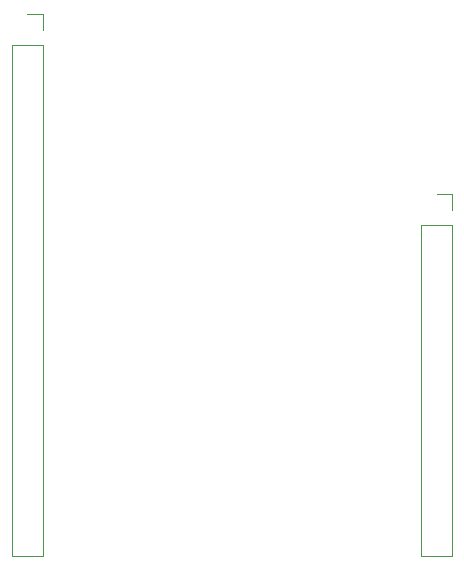
<source format=gbr>
%TF.GenerationSoftware,KiCad,Pcbnew,(5.1.10-1-10_14)*%
%TF.CreationDate,2022-02-26T18:00:52+01:00*%
%TF.ProjectId,esp-expander,6573702d-6578-4706-916e-6465722e6b69,rev?*%
%TF.SameCoordinates,Original*%
%TF.FileFunction,Legend,Bot*%
%TF.FilePolarity,Positive*%
%FSLAX46Y46*%
G04 Gerber Fmt 4.6, Leading zero omitted, Abs format (unit mm)*
G04 Created by KiCad (PCBNEW (5.1.10-1-10_14)) date 2022-02-26 18:00:52*
%MOMM*%
%LPD*%
G01*
G04 APERTURE LIST*
%ADD10C,0.120000*%
G04 APERTURE END LIST*
D10*
%TO.C,J4*%
X115274400Y-112632800D02*
X112614400Y-112632800D01*
X115274400Y-84632800D02*
X115274400Y-112632800D01*
X112614400Y-84632800D02*
X112614400Y-112632800D01*
X115274400Y-84632800D02*
X112614400Y-84632800D01*
X115274400Y-83362800D02*
X115274400Y-82032800D01*
X115274400Y-82032800D02*
X113944400Y-82032800D01*
%TO.C,J3*%
X80628800Y-112632800D02*
X77968800Y-112632800D01*
X80628800Y-69392800D02*
X80628800Y-112632800D01*
X77968800Y-69392800D02*
X77968800Y-112632800D01*
X80628800Y-69392800D02*
X77968800Y-69392800D01*
X80628800Y-68122800D02*
X80628800Y-66792800D01*
X80628800Y-66792800D02*
X79298800Y-66792800D01*
%TD*%
M02*

</source>
